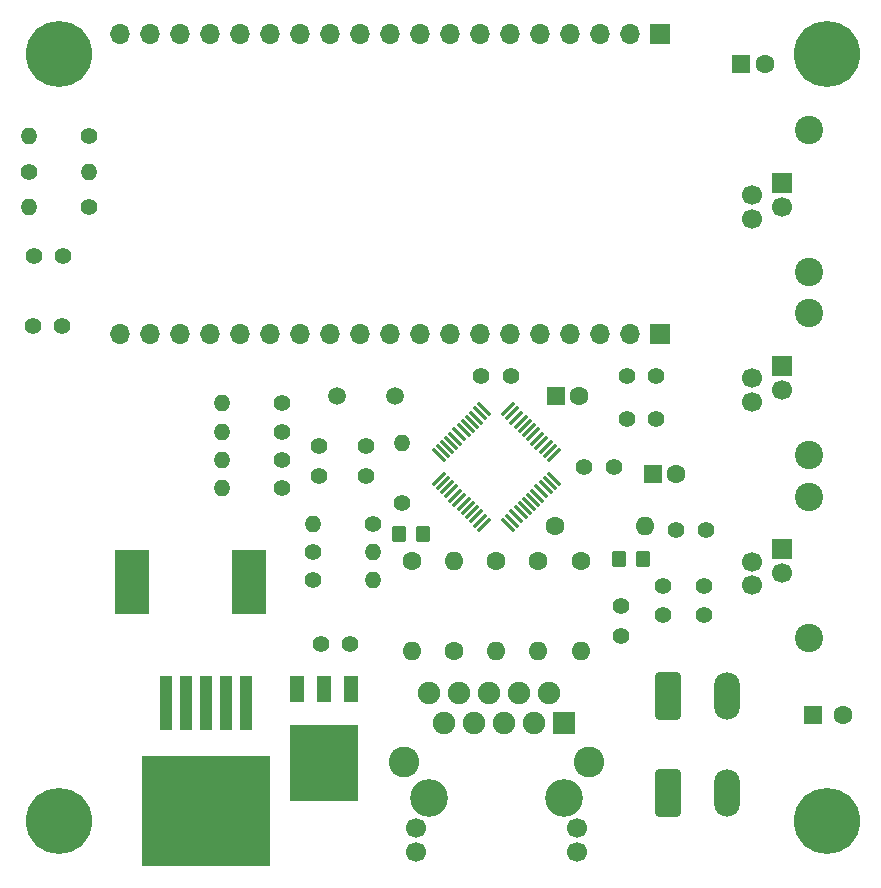
<source format=gbr>
%TF.GenerationSoftware,KiCad,Pcbnew,(6.0.7)*%
%TF.CreationDate,2022-08-02T16:10:14+02:00*%
%TF.ProjectId,school_meteo,7363686f-6f6c-45f6-9d65-74656f2e6b69,rev?*%
%TF.SameCoordinates,Original*%
%TF.FileFunction,Soldermask,Top*%
%TF.FilePolarity,Negative*%
%FSLAX46Y46*%
G04 Gerber Fmt 4.6, Leading zero omitted, Abs format (unit mm)*
G04 Created by KiCad (PCBNEW (6.0.7)) date 2022-08-02 16:10:14*
%MOMM*%
%LPD*%
G01*
G04 APERTURE LIST*
G04 Aperture macros list*
%AMRoundRect*
0 Rectangle with rounded corners*
0 $1 Rounding radius*
0 $2 $3 $4 $5 $6 $7 $8 $9 X,Y pos of 4 corners*
0 Add a 4 corners polygon primitive as box body*
4,1,4,$2,$3,$4,$5,$6,$7,$8,$9,$2,$3,0*
0 Add four circle primitives for the rounded corners*
1,1,$1+$1,$2,$3*
1,1,$1+$1,$4,$5*
1,1,$1+$1,$6,$7*
1,1,$1+$1,$8,$9*
0 Add four rect primitives between the rounded corners*
20,1,$1+$1,$2,$3,$4,$5,0*
20,1,$1+$1,$4,$5,$6,$7,0*
20,1,$1+$1,$6,$7,$8,$9,0*
20,1,$1+$1,$8,$9,$2,$3,0*%
G04 Aperture macros list end*
%ADD10C,3.200000*%
%ADD11R,1.900000X1.900000*%
%ADD12C,1.900000*%
%ADD13C,2.600000*%
%ADD14C,1.700000*%
%ADD15R,1.600000X1.600000*%
%ADD16C,1.600000*%
%ADD17C,1.400000*%
%ADD18O,1.400000X1.400000*%
%ADD19C,5.600000*%
%ADD20RoundRect,0.250000X-0.350000X-0.450000X0.350000X-0.450000X0.350000X0.450000X-0.350000X0.450000X0*%
%ADD21C,2.400000*%
%ADD22R,1.700000X1.700000*%
%ADD23R,2.900000X5.400000*%
%ADD24RoundRect,0.250000X0.350000X0.450000X-0.350000X0.450000X-0.350000X-0.450000X0.350000X-0.450000X0*%
%ADD25O,1.600000X1.600000*%
%ADD26R,1.100000X4.600000*%
%ADD27R,10.800000X9.400000*%
%ADD28RoundRect,0.075000X0.521491X-0.415425X-0.415425X0.521491X-0.521491X0.415425X0.415425X-0.521491X0*%
%ADD29RoundRect,0.075000X0.521491X0.415425X0.415425X0.521491X-0.521491X-0.415425X-0.415425X-0.521491X0*%
%ADD30RoundRect,0.305556X-0.794444X-1.694444X0.794444X-1.694444X0.794444X1.694444X-0.794444X1.694444X0*%
%ADD31O,2.200000X4.000000*%
%ADD32O,1.700000X1.700000*%
%ADD33C,1.500000*%
%ADD34R,1.200000X2.200000*%
%ADD35R,5.800000X6.400000*%
G04 APERTURE END LIST*
D10*
%TO.C,J5*%
X50730000Y7000000D03*
X39300000Y7000000D03*
D11*
X50730000Y13350000D03*
D12*
X49460000Y15890000D03*
X48190000Y13350000D03*
X46920000Y15890000D03*
X45650000Y13350000D03*
X44380000Y15890000D03*
X43110000Y13350000D03*
X41840000Y15890000D03*
D13*
X37165000Y10050000D03*
D12*
X40570000Y13350000D03*
D13*
X52865000Y10050000D03*
D12*
X39300000Y15890000D03*
D14*
X38230000Y4460000D03*
X38230000Y2430000D03*
X51800000Y4460000D03*
X51800000Y2430000D03*
%TD*%
D15*
%TO.C,C6*%
X50044887Y41000000D03*
D16*
X52044887Y41000000D03*
%TD*%
D17*
%TO.C,C3*%
X43750000Y42700000D03*
X46250000Y42700000D03*
%TD*%
%TO.C,R4*%
X29460000Y25400000D03*
D18*
X34540000Y25400000D03*
%TD*%
D19*
%TO.C,H3*%
X73000000Y70000000D03*
%TD*%
%TO.C,H4*%
X8000000Y70000000D03*
%TD*%
D17*
%TO.C,C8*%
X56050000Y39100000D03*
X58550000Y39100000D03*
%TD*%
%TO.C,C1*%
X30000000Y36750000D03*
X30000000Y34250000D03*
%TD*%
%TO.C,R10*%
X10540000Y57000000D03*
D18*
X5460000Y57000000D03*
%TD*%
D20*
%TO.C,FB1*%
X36800000Y29300000D03*
X38800000Y29300000D03*
%TD*%
D17*
%TO.C,C9*%
X56050000Y42700000D03*
X58550000Y42700000D03*
%TD*%
%TO.C,C5*%
X52450000Y35000000D03*
X54950000Y35000000D03*
%TD*%
D21*
%TO.C,J3*%
X71500000Y20500000D03*
X71500000Y32500000D03*
D22*
X69200000Y28020000D03*
D14*
X66660000Y27000000D03*
X69200000Y26000000D03*
X66660000Y24980000D03*
%TD*%
D19*
%TO.C,H1*%
X8000000Y5000000D03*
%TD*%
D23*
%TO.C,L1*%
X24100000Y25250000D03*
X14200000Y25250000D03*
%TD*%
D24*
%TO.C,FB2*%
X57400000Y27200000D03*
X55400000Y27200000D03*
%TD*%
D16*
%TO.C,R16*%
X41425000Y19390000D03*
D25*
X41425000Y27010000D03*
%TD*%
D17*
%TO.C,R12*%
X5460000Y60000000D03*
D18*
X10540000Y60000000D03*
%TD*%
D26*
%TO.C,U3*%
X23800000Y15000000D03*
X22100000Y15000000D03*
D27*
X20400000Y5850000D03*
D26*
X20400000Y15000000D03*
X18700000Y15000000D03*
X17000000Y15000000D03*
%TD*%
D17*
%TO.C,R6*%
X26840000Y38000000D03*
D18*
X21760000Y38000000D03*
%TD*%
D17*
%TO.C,R8*%
X26840000Y33200000D03*
D18*
X21760000Y33200000D03*
%TD*%
D17*
%TO.C,C14*%
X60250000Y29700000D03*
X62750000Y29700000D03*
%TD*%
D15*
%TO.C,C10*%
X58244887Y34400000D03*
D16*
X60244887Y34400000D03*
%TD*%
D17*
%TO.C,C15*%
X55600000Y23200000D03*
X55600000Y20700000D03*
%TD*%
D21*
%TO.C,J1*%
X71500000Y63500000D03*
X71500000Y51500000D03*
D22*
X69200000Y59020000D03*
D14*
X66660000Y58000000D03*
X69200000Y57000000D03*
X66660000Y55980000D03*
%TD*%
D15*
%TO.C,C4*%
X65744888Y69100000D03*
D16*
X67744888Y69100000D03*
%TD*%
D28*
%TO.C,U2*%
X45998788Y30112124D03*
X46352342Y30465678D03*
X46705895Y30819231D03*
X47059449Y31172785D03*
X47413002Y31526338D03*
X47766555Y31879891D03*
X48120109Y32233445D03*
X48473662Y32586998D03*
X48827215Y32940551D03*
X49180769Y33294105D03*
X49534322Y33647658D03*
X49887876Y34001212D03*
D29*
X49887876Y35998788D03*
X49534322Y36352342D03*
X49180769Y36705895D03*
X48827215Y37059449D03*
X48473662Y37413002D03*
X48120109Y37766555D03*
X47766555Y38120109D03*
X47413002Y38473662D03*
X47059449Y38827215D03*
X46705895Y39180769D03*
X46352342Y39534322D03*
X45998788Y39887876D03*
D28*
X44001212Y39887876D03*
X43647658Y39534322D03*
X43294105Y39180769D03*
X42940551Y38827215D03*
X42586998Y38473662D03*
X42233445Y38120109D03*
X41879891Y37766555D03*
X41526338Y37413002D03*
X41172785Y37059449D03*
X40819231Y36705895D03*
X40465678Y36352342D03*
X40112124Y35998788D03*
D29*
X40112124Y34001212D03*
X40465678Y33647658D03*
X40819231Y33294105D03*
X41172785Y32940551D03*
X41526338Y32586998D03*
X41879891Y32233445D03*
X42233445Y31879891D03*
X42586998Y31526338D03*
X42940551Y31172785D03*
X43294105Y30819231D03*
X43647658Y30465678D03*
X44001212Y30112124D03*
%TD*%
D17*
%TO.C,C12*%
X59100000Y22450000D03*
X59100000Y24950000D03*
%TD*%
%TO.C,C11*%
X5850000Y52900000D03*
X8350000Y52900000D03*
%TD*%
%TO.C,C16*%
X62600000Y24950000D03*
X62600000Y22450000D03*
%TD*%
%TO.C,R1*%
X37000000Y31960000D03*
D18*
X37000000Y37040000D03*
%TD*%
D17*
%TO.C,R2*%
X34540000Y30200000D03*
D18*
X29460000Y30200000D03*
%TD*%
D30*
%TO.C,J4*%
X59500000Y7400000D03*
X59500000Y15600000D03*
D31*
X64500000Y15600000D03*
X64500000Y7400000D03*
%TD*%
D17*
%TO.C,R9*%
X10540000Y63000000D03*
D18*
X5460000Y63000000D03*
%TD*%
D16*
%TO.C,R15*%
X52150000Y27010000D03*
D25*
X52150000Y19390000D03*
%TD*%
D21*
%TO.C,J2*%
X71500000Y48000000D03*
X71500000Y36000000D03*
D22*
X69200000Y43520000D03*
D14*
X66660000Y42500000D03*
X69200000Y41500000D03*
X66660000Y40480000D03*
%TD*%
D17*
%TO.C,R7*%
X26840000Y35600000D03*
D18*
X21760000Y35600000D03*
%TD*%
D22*
%TO.C,U1*%
X58860000Y71700000D03*
D32*
X56320000Y71700000D03*
X53780000Y71700000D03*
X51240000Y71700000D03*
X48700000Y71700000D03*
X46160000Y71700000D03*
X43620000Y71700000D03*
X41080000Y71700000D03*
X38540000Y71700000D03*
X36000000Y71700000D03*
X33460000Y71700000D03*
X30920000Y71700000D03*
X28380000Y71700000D03*
X25840000Y71700000D03*
X23300000Y71700000D03*
X20760000Y71700000D03*
X18220000Y71700000D03*
X15680000Y71700000D03*
X13140000Y71700000D03*
X13140000Y46300000D03*
X15680000Y46300000D03*
X18220000Y46300000D03*
X20760000Y46300000D03*
X23300000Y46300000D03*
X25840000Y46300000D03*
X28380000Y46300000D03*
X30920000Y46300000D03*
X33460000Y46300000D03*
X36000000Y46300000D03*
X38540000Y46300000D03*
X41080000Y46300000D03*
X43620000Y46300000D03*
X46160000Y46300000D03*
X48700000Y46300000D03*
X51240000Y46300000D03*
X53780000Y46300000D03*
X56320000Y46300000D03*
D22*
X58860000Y46300000D03*
%TD*%
D16*
%TO.C,R11*%
X49990000Y30000000D03*
D25*
X57610000Y30000000D03*
%TD*%
D17*
%TO.C,C2*%
X34000000Y36750000D03*
X34000000Y34250000D03*
%TD*%
%TO.C,R5*%
X26840000Y40400000D03*
D18*
X21760000Y40400000D03*
%TD*%
D17*
%TO.C,R3*%
X29460000Y27800000D03*
D18*
X34540000Y27800000D03*
%TD*%
D17*
%TO.C,C17*%
X32650000Y20000000D03*
X30150000Y20000000D03*
%TD*%
%TO.C,C7*%
X5750000Y46900000D03*
X8250000Y46900000D03*
%TD*%
D33*
%TO.C,Y1*%
X31550000Y41000000D03*
X36430000Y41000000D03*
%TD*%
D19*
%TO.C,H2*%
X73000000Y5000000D03*
%TD*%
D16*
%TO.C,R14*%
X37850000Y27010000D03*
D25*
X37850000Y19390000D03*
%TD*%
D16*
%TO.C,R17*%
X45000000Y27010000D03*
D25*
X45000000Y19390000D03*
%TD*%
D15*
%TO.C,C13*%
X71817620Y14000000D03*
D16*
X74317620Y14000000D03*
%TD*%
%TO.C,R13*%
X48575000Y27010000D03*
D25*
X48575000Y19390000D03*
%TD*%
D34*
%TO.C,D1*%
X32680000Y16200000D03*
X30400000Y16200000D03*
X28120000Y16200000D03*
D35*
X30400000Y9900000D03*
%TD*%
M02*

</source>
